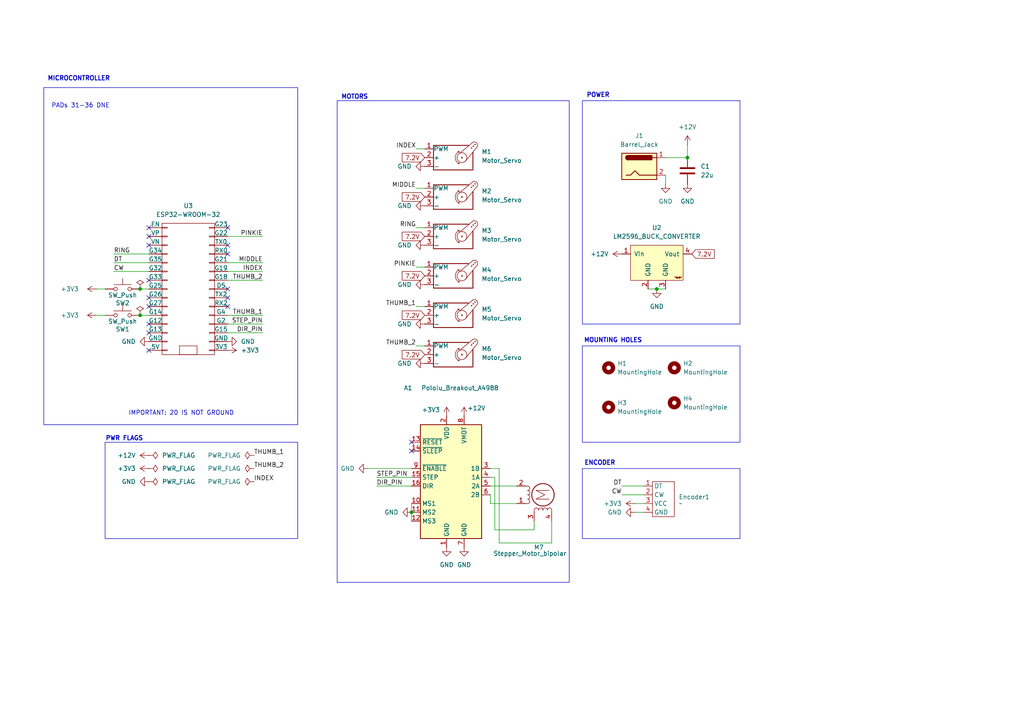
<source format=kicad_sch>
(kicad_sch (version 20231120) (generator "eeschema") (generator_version "8.0")
  (paper "A4")
  (title_block (date "2025-03-07") (company "Piano Hand: Electronics"))
  (lib_symbols
    (symbol "Connector:Barrel_Jack" (pin_names (offset 1.016))
      (property "Reference" "J" (at 0 5.334 0))
      (property "Value" "Barrel_Jack" (at 0 -5.08 0))
      (symbol "Barrel_Jack_0_1"
        (rectangle (start -5.08 3.81) (end 5.08 -3.81) (stroke (width 0.254)) (fill (type background)))
        (arc (start -3.302 3.175) (mid -3.9343 2.54) (end -3.302 1.905) (stroke (width 0.254)))
        (arc (start -3.302 3.175) (mid -3.9343 2.54) (end -3.302 1.905) (stroke (width 0.254)) (fill (type outline)))
        (polyline (pts (xy 5.08 2.54) (xy 3.81 2.54)) (stroke (width 0.254)))
        (polyline (pts (xy -3.81 -2.54) (xy -2.54 -2.54) (xy -1.27 -1.27) (xy 0 -2.54) (xy 2.54 -2.54) (xy 5.08 -2.54)) (stroke (width 0.254)))
        (rectangle (start 3.683 3.175) (end -3.302 1.905) (stroke (width 0.254)) (fill (type outline)))
      )
      (symbol "Barrel_Jack_1_1"
        (pin passive line (at 7.62 2.54 180) (length 2.54) (name "~") (number "1"))
        (pin passive line (at 7.62 -2.54 180) (length 2.54) (name "~") (number "2"))
      )
    )
    (symbol "Device:C" (pin_numbers hide) (pin_names (offset 0.254))
      (property "Reference" "C" (at 0.635 2.54 0))
      (property "Value" "C" (at 0.635 -2.54 0))
      (symbol "C_0_1"
        (polyline (pts (xy -2.032 -0.762) (xy 2.032 -0.762)) (stroke (width 0.508)))
        (polyline (pts (xy -2.032 0.762) (xy 2.032 0.762)) (stroke (width 0.508)))
      )
      (symbol "C_1_1"
        (pin passive line (at 0 3.81 270) (length 2.794) (name "~") (number "1"))
        (pin passive line (at 0 -3.81 90) (length 2.794) (name "~") (number "2"))
      )
    )
    (symbol "Driver_Motor:Pololu_Breakout_A4988"
      (property "Reference" "A" (at -2.54 19.05 0))
      (property "Value" "Pololu_Breakout_A4988" (at -2.54 16.51 0))
      (symbol "Pololu_Breakout_A4988_0_1"
        (rectangle (start 10.16 -17.78) (end -7.62 15.24) (stroke (width 0.254)) (fill (type background)))
      )
      (symbol "Pololu_Breakout_A4988_1_1"
        (pin power_in line (at 0 -20.32 90) (length 2.54) (name "GND") (number "1"))
        (pin input line (at -10.16 -7.62 0) (length 2.54) (name "MS1") (number "10"))
        (pin input line (at -10.16 -10.16 0) (length 2.54) (name "MS2") (number "11"))
        (pin input line (at -10.16 -12.7 0) (length 2.54) (name "MS3") (number "12"))
        (pin input line (at -10.16 10.16 0) (length 2.54) (name "~{RESET}") (number "13"))
        (pin input line (at -10.16 7.62 0) (length 2.54) (name "~{SLEEP}") (number "14"))
        (pin input line (at -10.16 0 0) (length 2.54) (name "STEP") (number "15"))
        (pin input line (at -10.16 -2.54 0) (length 2.54) (name "DIR") (number "16"))
        (pin power_in line (at 0 17.78 270) (length 2.54) (name "VDD") (number "2"))
        (pin output line (at 12.7 2.54 180) (length 2.54) (name "1B") (number "3"))
        (pin output line (at 12.7 0 180) (length 2.54) (name "1A") (number "4"))
        (pin output line (at 12.7 -2.54 180) (length 2.54) (name "2A") (number "5"))
        (pin output line (at 12.7 -5.08 180) (length 2.54) (name "2B") (number "6"))
        (pin power_in line (at 5.08 -20.32 90) (length 2.54) (name "GND") (number "7"))
        (pin power_in line (at 5.08 17.78 270) (length 2.54) (name "VMOT") (number "8"))
        (pin input line (at -10.16 2.54 0) (length 2.54) (name "~{ENABLE}") (number "9"))
      )
    )
    (symbol "Library:ESP32-WROOM-32" (pin_numbers hide) (pin_names (offset 0))
      (property "Reference" "U" (at 0 20.32 0))
      (property "Value" "ESP32-WROOM-32" (at 0 -21.59 0))
      (symbol "ESP32-WROOM-32_0_1"
        (rectangle (start -7.62 -17.653) (end -6.096 -17.907))
        (rectangle (start -7.62 -15.113) (end -6.096 -15.367))
        (rectangle (start -7.62 -12.573) (end -6.096 -12.827))
        (rectangle (start -7.62 -10.033) (end -6.096 -10.287))
        (rectangle (start -7.62 -7.493) (end -6.096 -7.747))
        (rectangle (start -7.62 -4.953) (end -6.096 -5.207))
        (rectangle (start -7.62 -2.413) (end -6.096 -2.667))
        (rectangle (start -7.62 0.127) (end -6.096 -0.127))
        (rectangle (start -7.62 2.667) (end -6.096 2.413))
        (rectangle (start -7.62 5.207) (end -6.096 4.953))
        (rectangle (start -7.62 7.747) (end -6.096 7.493))
        (rectangle (start -7.62 10.287) (end -6.096 10.033))
        (rectangle (start -7.62 12.827) (end -6.096 12.573))
        (rectangle (start -7.62 15.367) (end -6.096 15.113))
        (rectangle (start -7.62 17.907) (end -6.096 17.653))
        (rectangle (start -7.62 19.05) (end 7.62 -19.05))
        (rectangle (start 2.54 -16.51) (end -2.54 -19.05))
        (rectangle (start 7.62 -17.653) (end 6.096 -17.907))
        (rectangle (start 7.62 -15.113) (end 6.096 -15.367))
        (rectangle (start 7.62 -12.573) (end 6.096 -12.827))
        (rectangle (start 7.62 -10.033) (end 6.096 -10.287))
        (rectangle (start 7.62 -7.493) (end 6.096 -7.747))
        (rectangle (start 7.62 -4.953) (end 6.096 -5.207))
        (rectangle (start 7.62 -2.413) (end 6.096 -2.667))
        (rectangle (start 7.62 0.127) (end 6.096 -0.127))
        (rectangle (start 7.62 2.667) (end 6.096 2.413))
        (rectangle (start 7.62 5.207) (end 6.096 4.953))
        (rectangle (start 7.62 7.747) (end 6.096 7.493))
        (rectangle (start 7.62 10.287) (end 6.096 10.033))
        (rectangle (start 7.62 12.827) (end 6.096 12.573))
        (rectangle (start 7.62 15.367) (end 6.096 15.113))
        (rectangle (start 7.62 17.907) (end 6.096 17.653))
      )
      (symbol "ESP32-WROOM-32_1_1"
        (pin bidirectional line (at -11.43 17.78 0) (length 3.81) (name "EN") (number "1"))
        (pin power_in line (at -11.43 -5.08 0) (length 3.81) (name "G27") (number "10"))
        (pin power_in line (at -11.43 -7.62 0) (length 3.81) (name "G14") (number "11"))
        (pin tri_state line (at -11.43 -10.16 0) (length 3.81) (name "G12") (number "12"))
        (pin input line (at -11.43 -12.7 0) (length 3.81) (name "G13") (number "13"))
        (pin power_in line (at -11.43 -15.24 0) (length 3.81) (name "GND") (number "14"))
        (pin power_in line (at -11.43 -17.78 0) (length 3.81) (name "5V") (number "15"))
        (pin bidirectional line (at 11.43 17.78 180) (length 3.81) (name "G23") (number "16"))
        (pin bidirectional line (at 11.43 15.24 180) (length 3.81) (name "G22") (number "17"))
        (pin bidirectional line (at 11.43 12.7 180) (length 3.81) (name "TX0") (number "18"))
        (pin bidirectional line (at 11.43 10.16 180) (length 3.81) (name "RX0") (number "19"))
        (pin bidirectional line (at -11.43 15.24 0) (length 3.81) (name "VP") (number "2"))
        (pin bidirectional line (at 11.43 7.62 180) (length 3.81) (name "G21") (number "20"))
        (pin power_in line (at 11.43 5.08 180) (length 3.81) (name "G19") (number "21"))
        (pin power_in line (at 11.43 2.54 180) (length 3.81) (name "G18") (number "22"))
        (pin bidirectional line (at 11.43 0 180) (length 3.81) (name "D5") (number "23"))
        (pin bidirectional line (at 11.43 -2.54 180) (length 3.81) (name "TX2") (number "24"))
        (pin bidirectional line (at 11.43 -5.08 180) (length 3.81) (name "RX2") (number "25"))
        (pin bidirectional line (at 11.43 -7.62 180) (length 3.81) (name "G4") (number "26"))
        (pin tri_state line (at 11.43 -10.16 180) (length 3.81) (name "G2") (number "27"))
        (pin tri_state line (at 11.43 -12.7 180) (length 3.81) (name "G15") (number "28"))
        (pin power_in line (at 11.43 -15.24 180) (length 3.81) (name "GND") (number "29"))
        (pin bidirectional line (at -11.43 12.7 0) (length 3.81) (name "VN") (number "3"))
        (pin power_in line (at 11.43 -17.78 180) (length 3.81) (name "3V3") (number "30"))
        (pin bidirectional line (at -11.43 10.16 0) (length 3.81) (name "G34") (number "4"))
        (pin bidirectional line (at -11.43 7.62 0) (length 3.81) (name "G35") (number "5"))
        (pin bidirectional line (at -11.43 5.08 0) (length 3.81) (name "G32") (number "6"))
        (pin bidirectional line (at -11.43 2.54 0) (length 3.81) (name "G33") (number "7"))
        (pin power_in line (at -11.43 0 0) (length 3.81) (name "G25") (number "8"))
        (pin power_in line (at -11.43 -2.54 0) (length 3.81) (name "G26") (number "9"))
      )
    )
    (symbol "Library:Encoder"
      (property "Reference" "Encoder1" (at 12.7 0.6351 0))
      (property "Value" "~" (at 12.7 -1.27 0))
      (symbol "Encoder_1_1"
        (rectangle (start 11.43 -5.08) (end 5.08 5.08))
        (pin bidirectional line (at 2.54 3.81 0) (length 2.54) (name "DT") (number "1"))
        (pin bidirectional line (at 2.54 1.27 0) (length 2.54) (name "CW") (number "2"))
        (pin bidirectional line (at 2.54 -1.27 0) (length 2.54) (name "VCC") (number "3"))
        (pin bidirectional line (at 2.54 -3.81 0) (length 2.54) (name "GND") (number "4"))
      )
    )
    (symbol "Library:LM2596_BUCK_CONVERTER" (pin_names (offset 1.016))
      (property "Reference" "U" (at -5.08 6.35 0))
      (property "Value" "LM2596_BUCK_CONVERTER" (at 0 11.43 0))
      (symbol "LM2596_BUCK_CONVERTER_0_1"
        (rectangle (start -7.62 5.08) (end 7.62 -5.08) (fill (type background)))
      )
      (symbol "LM2596_BUCK_CONVERTER_1_1"
        (text "Y@@V" (at 6.1976 -4.2672 0) (effects (font (size 0.508 0.508))))
        (pin power_in line (at -10.16 2.54 0) (length 2.54) (name "Vin") (number "1"))
        (pin power_in line (at -2.54 -7.62 90) (length 2.54) (name "GND") (number "2"))
        (pin power_in line (at 2.54 -7.62 90) (length 2.54) (name "GND") (number "3"))
        (pin power_out line (at 10.16 2.54 180) (length 2.54) (name "Vout") (number "4"))
      )
    )
    (symbol "Mechanical:MountingHole" (pin_names (offset 1.016)) (exclude_from_sim yes) (in_bom no)
      (property "Reference" "H" (at 0 5.08 0))
      (property "Value" "MountingHole" (at 0 3.175 0))
      (symbol "MountingHole_0_1"
        (circle (center 0 0) (radius 1.27) (stroke (width 1.27)))
      )
    )
    (symbol "Motor:Motor_Servo" (pin_names (offset 0.0254))
      (property "Reference" "M" (at -5.08 4.445 0))
      (property "Value" "Motor_Servo" (at -5.08 -4.064 0))
      (symbol "Motor_Servo_0_1"
        (polyline (pts (xy 2.413 -1.778) (xy 2.032 -1.778)))
        (polyline (pts (xy 2.413 -1.778) (xy 2.286 -1.397)))
        (polyline (pts (xy 2.413 1.778) (xy 1.905 1.778)))
        (polyline (pts (xy 2.413 1.778) (xy 2.286 1.397)))
        (polyline (pts (xy 6.35 4.445) (xy 2.54 1.27)))
        (polyline (pts (xy 7.62 3.175) (xy 4.191 -1.016)))
        (polyline (pts (xy 5.08 3.556) (xy -5.08 3.556) (xy -5.08 -3.556) (xy 6.35 -3.556) (xy 6.35 1.524)) (stroke (width 0.254)))
        (arc (start 2.413 1.778) (mid 1.2406 0) (end 2.413 -1.778))
        (circle (center 3.175 0) (radius 0.1778))
        (circle (center 3.175 0) (radius 1.4224))
        (circle (center 5.969 2.794) (radius 0.127))
        (circle (center 6.477 3.302) (radius 0.127))
        (circle (center 6.985 3.81) (radius 0.127))
        (arc (start 7.62 3.175) (mid 7.4485 4.2735) (end 6.35 4.445))
      )
      (symbol "Motor_Servo_1_1"
        (pin passive line (at -7.62 2.54 0) (length 2.54) (name "PWM") (number "1"))
        (pin passive line (at -7.62 0 0) (length 2.54) (name "+") (number "2"))
        (pin passive line (at -7.62 -2.54 0) (length 2.54) (name "-") (number "3"))
      )
    )
    (symbol "Motor:Stepper_Motor_bipolar" (pin_names (offset 0) hide)
      (property "Reference" "M" (at 3.81 2.54 0))
      (property "Value" "Stepper_Motor_bipolar" (at 3.81 1.27 0))
      (symbol "Stepper_Motor_bipolar_0_0"
        (polyline (pts (xy -1.27 -1.778) (xy -1.27 2.032) (xy 0 -0.508) (xy 1.27 2.032) (xy 1.27 -1.778)))
      )
      (symbol "Stepper_Motor_bipolar_0_1"
        (arc (start -4.445 -2.54) (mid -3.8127 -1.905) (end -4.445 -1.27))
        (arc (start -4.445 -1.27) (mid -3.8127 -0.635) (end -4.445 0))
        (arc (start -4.445 0) (mid -3.8127 0.635) (end -4.445 1.27))
        (arc (start -4.445 1.27) (mid -3.8127 1.905) (end -4.445 2.54))
        (arc (start -2.54 4.445) (mid -1.905 3.8127) (end -1.27 4.445))
        (arc (start -1.27 4.445) (mid -0.635 3.8127) (end 0 4.445))
        (polyline (pts (xy -5.08 -2.54) (xy -4.445 -2.54)))
        (polyline (pts (xy -5.08 2.54) (xy -4.445 2.54)))
        (polyline (pts (xy -2.54 5.08) (xy -2.54 4.445)))
        (polyline (pts (xy 2.54 5.08) (xy 2.54 4.445)))
        (circle (center 0 0) (radius 3.2512) (stroke (width 0.254)))
        (arc (start 0 4.445) (mid 0.635 3.8127) (end 1.27 4.445))
        (arc (start 1.27 4.445) (mid 1.905 3.8127) (end 2.54 4.445))
      )
      (symbol "Stepper_Motor_bipolar_1_1"
        (pin passive line (at -2.54 7.62 270) (length 2.54) (name "~") (number "1"))
        (pin passive line (at 2.54 7.62 270) (length 2.54) (name "-") (number "2"))
        (pin passive line (at -7.62 2.54 0) (length 2.54) (name "~") (number "3"))
        (pin passive line (at -7.62 -2.54 0) (length 2.54) (name "~") (number "4"))
      )
    )
    (symbol "Switch:SW_Push" (pin_numbers hide) (pin_names (offset 1.016) hide)
      (property "Reference" "SW" (at 1.27 2.54 0))
      (property "Value" "SW_Push" (at 0 -1.524 0))
      (symbol "SW_Push_0_1"
        (circle (center -2.032 0) (radius 0.508))
        (polyline (pts (xy 0 1.27) (xy 0 3.048)))
        (polyline (pts (xy 2.54 1.27) (xy -2.54 1.27)))
        (circle (center 2.032 0) (radius 0.508))
        (pin passive line (at -5.08 0 0) (length 2.54) (name "1") (number "1"))
        (pin passive line (at 5.08 0 180) (length 2.54) (name "2") (number "2"))
      )
    )
    (symbol "power:+12V" (power) (pin_numbers hide) (pin_names (offset 0) hide)
      (property "Value" "+12V" (at 0 3.556 0))
      (symbol "+12V_0_1"
        (polyline (pts (xy -0.762 1.27) (xy 0 2.54)))
        (polyline (pts (xy 0 0) (xy 0 2.54)))
        (polyline (pts (xy 0 2.54) (xy 0.762 1.27)))
      )
      (symbol "+12V_1_1"
        (pin power_in line (at 0 0 90) (length 0) (name "~") (number "1"))
      )
    )
    (symbol "power:+3V3" (power) (pin_numbers hide) (pin_names (offset 0) hide)
      (property "Value" "+3V3" (at 0 3.556 0))
      (symbol "+3V3_0_1"
        (polyline (pts (xy -0.762 1.27) (xy 0 2.54)))
        (polyline (pts (xy 0 0) (xy 0 2.54)))
        (polyline (pts (xy 0 2.54) (xy 0.762 1.27)))
      )
      (symbol "+3V3_1_1"
        (pin power_in line (at 0 0 90) (length 0) (name "~") (number "1"))
      )
    )
    (symbol "power:GND" (power) (pin_numbers hide) (pin_names (offset 0) hide)
      (property "Value" "GND" (at 0 -3.81 0))
      (symbol "GND_0_1"
        (polyline (pts (xy 0 0) (xy 0 -1.27) (xy 1.27 -1.27) (xy 0 -2.54) (xy -1.27 -1.27) (xy 0 -1.27)))
      )
      (symbol "GND_1_1"
        (pin power_in line (at 0 0 270) (length 0) (name "~") (number "1"))
      )
    )
    (symbol "power:PWR_FLAG" (power) (pin_numbers hide) (pin_names (offset 0) hide)
      (property "Value" "PWR_FLAG" (at 0 3.81 0))
      (symbol "PWR_FLAG_0_0"
        (pin power_out line (at 0 0 90) (length 0) (name "~") (number "1"))
      )
      (symbol "PWR_FLAG_0_1"
        (polyline (pts (xy 0 0) (xy 0 1.27) (xy -1.016 1.905) (xy 0 2.54) (xy 1.016 1.905) (xy 0 1.27)))
      )
    )
  )
  (junction (at 119.38 148.59))
  (junction (at 40.64 91.44))
  (junction (at 190.5 83.82))
  (junction (at 40.64 83.82))
  (junction (at 199.39 45.72))
  (no_connect (at 66.04 73.66))
  (no_connect (at 119.38 128.27))
  (no_connect (at 43.18 71.12))
  (no_connect (at 66.04 83.82))
  (no_connect (at 43.18 86.36))
  (no_connect (at 43.18 101.6))
  (no_connect (at 43.18 68.58))
  (no_connect (at 43.18 81.28))
  (no_connect (at 43.18 93.98))
  (no_connect (at 66.04 66.04))
  (no_connect (at 43.18 88.9))
  (no_connect (at 66.04 71.12))
  (no_connect (at 66.04 88.9))
  (no_connect (at 43.18 66.04))
  (no_connect (at 43.18 96.52))
  (no_connect (at 119.38 130.81))
  (no_connect (at 66.04 86.36))
  (wire (pts (xy 142.24 143.51) (xy 142.24 146.05)))
  (wire (pts (xy 66.04 78.74) (xy 76.2 78.74)))
  (wire (pts (xy 143.51 153.67) (xy 154.94 153.67)))
  (wire (pts (xy 66.04 96.52) (xy 76.2 96.52)))
  (wire (pts (xy 120.65 77.47) (xy 123.19 77.47)))
  (wire (pts (xy 190.5 83.82) (xy 193.04 83.82)))
  (wire (pts (xy 43.18 91.44) (xy 40.64 91.44)))
  (wire (pts (xy 142.24 146.05) (xy 149.86 146.05)))
  (wire (pts (xy 154.94 153.67) (xy 154.94 151.13)))
  (wire (pts (xy 43.18 76.2) (xy 33.02 76.2)))
  (wire (pts (xy 43.18 73.66) (xy 33.02 73.66)))
  (wire (pts (xy 186.69 148.59) (xy 184.15 148.59)))
  (wire (pts (xy 187.96 83.82) (xy 190.5 83.82)))
  (wire (pts (xy 66.04 68.58) (xy 76.2 68.58)))
  (wire (pts (xy 186.69 146.05) (xy 184.15 146.05)))
  (wire (pts (xy 106.68 135.89) (xy 119.38 135.89)))
  (wire (pts (xy 119.38 148.59) (xy 119.38 151.13)))
  (wire (pts (xy 30.48 83.82) (xy 27.94 83.82)))
  (wire (pts (xy 199.39 45.72) (xy 199.39 41.91)))
  (wire (pts (xy 193.04 45.72) (xy 199.39 45.72)))
  (wire (pts (xy 144.78 135.89) (xy 144.78 157.48)))
  (wire (pts (xy 120.65 100.33) (xy 123.19 100.33)))
  (wire (pts (xy 43.18 83.82) (xy 40.64 83.82)))
  (wire (pts (xy 142.24 140.97) (xy 149.86 140.97)))
  (wire (pts (xy 30.48 91.44) (xy 27.94 91.44)))
  (wire (pts (xy 120.65 43.18) (xy 123.19 43.18)))
  (wire (pts (xy 66.04 76.2) (xy 76.2 76.2)))
  (wire (pts (xy 144.78 157.48) (xy 160.02 157.48)))
  (wire (pts (xy 66.04 93.98) (xy 76.2 93.98)))
  (wire (pts (xy 142.24 138.43) (xy 143.51 138.43)))
  (wire (pts (xy 160.02 157.48) (xy 160.02 151.13)))
  (wire (pts (xy 142.24 135.89) (xy 144.78 135.89)))
  (wire (pts (xy 120.65 88.9) (xy 123.19 88.9)))
  (wire (pts (xy 120.65 54.61) (xy 123.19 54.61)))
  (wire (pts (xy 43.18 78.74) (xy 33.02 78.74)))
  (wire (pts (xy 109.22 138.43) (xy 119.38 138.43)))
  (wire (pts (xy 109.22 140.97) (xy 119.38 140.97)))
  (wire (pts (xy 120.65 66.04) (xy 123.19 66.04)))
  (wire (pts (xy 193.04 53.34) (xy 193.04 50.8)))
  (wire (pts (xy 66.04 91.44) (xy 76.2 91.44)))
  (wire (pts (xy 143.51 138.43) (xy 143.51 153.67)))
  (wire (pts (xy 180.34 140.97) (xy 186.69 140.97)))
  (wire (pts (xy 180.34 143.51) (xy 186.69 143.51)))
  (wire (pts (xy 66.04 81.28) (xy 76.2 81.28)))
  (wire (pts (xy 119.38 146.05) (xy 119.38 148.59)))
  (rectangle (start 168.91 100.33) (end 214.63 128.27))
  (rectangle (start 97.79 29.21) (end 165.1 168.91))
  (rectangle (start 168.91 29.21) (end 214.63 93.98))
  (rectangle (start 12.7 25.4) (end 86.36 123.19))
  (rectangle (start 168.91 135.89) (end 214.63 156.21))
  (rectangle (start 30.48 128.27) (end 86.36 156.21))
  (text "MOTORS" (at 102.87 28.194 0) (effects (font (size 1.27 1.27) (thickness 0.254) (bold yes))))
  (text "MICROCONTROLLER" (at 22.86 22.86 0) (effects (font (size 1.27 1.27) (thickness 0.254) (bold yes))))
  (text "ENCODER" (at 173.99 134.366 0) (effects (font (size 1.27 1.27) (thickness 0.254) (bold yes))))
  (text "PWR FLAGS" (at 36.068 127.254 0) (effects (font (size 1.27 1.27) (thickness 0.254) (bold yes))))
  (text "POWER" (at 173.482 27.686 0) (effects (font (size 1.27 1.27) (thickness 0.254) (bold yes))))
  (text "IMPORTANT: 20 IS NOT GROUND" (at 52.578 119.888 0) (effects (font (size 1.27 1.27) (thickness 0.1588))))
  (text "MOUNTING HOLES" (at 177.8 98.806 0) (effects (font (size 1.27 1.27) (thickness 0.254) (bold yes))))
  (text "PADs 31-36 DNE" (at 23.368 30.734 0) (effects (font (size 1.27 1.27))))
  (label "MIDDLE" (at 120.65 54.61 180))
  (label "THUMB_1" (at 76.2 91.44 180))
  (label "RING" (at 33.02 73.66 0))
  (label "RING" (at 120.65 66.04 180))
  (label "DT" (at 33.02 76.2 0))
  (label "CW" (at 180.34 143.51 180))
  (label "THUMB_2" (at 120.65 100.33 180))
  (label "INDEX" (at 120.65 43.18 180))
  (label "INDEX" (at 76.2 78.74 180))
  (label "PINKIE" (at 76.2 68.58 180))
  (label "THUMB_1" (at 73.66 132.08 0))
  (label "MIDDLE" (at 76.2 76.2 180))
  (label "INDEX" (at 73.66 139.7 0))
  (label "PINKIE" (at 120.65 77.47 180))
  (label "DIR_PIN" (at 109.22 140.97 0))
  (label "THUMB_1" (at 120.65 88.9 180))
  (label "CW" (at 33.02 78.74 0))
  (label "STEP_PIN" (at 109.22 138.43 0))
  (label "DIR_PIN" (at 76.2 96.52 180))
  (label "DT" (at 180.34 140.97 180))
  (label "THUMB_2" (at 73.66 135.89 0))
  (label "STEP_PIN" (at 76.2 93.98 180))
  (label "THUMB_2" (at 76.2 81.28 180))
  (global_label "7.2V" (shape input) (at 123.19 68.58 180) (property "Intersheetrefs" "${INTERSHEET_REFS}" (effects (hide yes))))
  (global_label "7.2V" (shape input) (at 123.19 45.72 180) (property "Intersheetrefs" "${INTERSHEET_REFS}" (effects (hide yes))))
  (global_label "7.2V" (shape input) (at 123.19 102.87 180) (property "Intersheetrefs" "${INTERSHEET_REFS}" (effects (hide yes))))
  (global_label "7.2V" (shape input) (at 123.19 91.44 180) (property "Intersheetrefs" "${INTERSHEET_REFS}" (effects (hide yes))))
  (global_label "7.2V" (shape input) (at 200.66 73.66 0) (property "Intersheetrefs" "${INTERSHEET_REFS}" (effects (hide yes))))
  (global_label "7.2V" (shape input) (at 123.19 80.01 180) (property "Intersheetrefs" "${INTERSHEET_REFS}" (effects (hide yes))))
  (global_label "7.2V" (shape input) (at 123.19 57.15 180) (property "Intersheetrefs" "${INTERSHEET_REFS}" (effects (hide yes))))
  (symbol (lib_id "power:+12V") (at 199.39 41.91 0) (unit 1)
    (property "Reference" "#PWR17" (effects (hide yes)))
    (property "Value" "+12V" (at 199.39 36.83 0))
    (property "Description" "Power symbol creates a global label with name \"+12V\"" (effects (hide yes)))
  )
  (symbol (lib_id "Motor:Motor_Servo") (at 130.81 80.01 0) (unit 1)
    (property "Reference" "M4" (at 139.7 78.3065 0) (effects (justify left)))
    (property "Value" "Motor_Servo" (at 139.7 80.8465 0) (effects (justify left)))
    (property "Footprint" "Connector_PinHeader_2.54mm:PinHeader_1x03_P2.54mm_Vertical" (effects (hide yes)))
    (property "Datasheet" "http://forums.parallax.com/uploads/attachments/46831/74481.png" (effects (hide yes)))
    (property "Description" "Servo Motor (Futaba, HiTec, JR connector)" (effects (hide yes)))
  )
  (symbol (lib_id "Motor:Motor_Servo") (at 130.81 68.58 0) (unit 1)
    (property "Reference" "M3" (at 139.7 66.8765 0) (effects (justify left)))
    (property "Value" "Motor_Servo" (at 139.7 69.4165 0) (effects (justify left)))
    (property "Footprint" "Connector_PinHeader_2.54mm:PinHeader_1x03_P2.54mm_Vertical" (effects (hide yes)))
    (property "Datasheet" "http://forums.parallax.com/uploads/attachments/46831/74481.png" (effects (hide yes)))
    (property "Description" "Servo Motor (Futaba, HiTec, JR connector)" (effects (hide yes)))
  )
  (symbol (lib_id "Connector:Barrel_Jack") (at 185.42 48.26 0) (unit 1)
    (property "Reference" "J1" (at 185.42 39.37 0))
    (property "Value" "Barrel_Jack" (at 185.42 41.91 0))
    (property "Footprint" "Connector_BarrelJack:BarrelJack_SwitchcraftConxall_RAPC10U_Horizontal" (effects (hide yes)))
    (property "Description" "DC Barrel Jack" (effects (hide yes)))
  )
  (symbol (lib_id "power:+3V3") (at 129.54 120.65 0) (unit 1)
    (property "Reference" "#PWR2" (effects (hide yes)))
    (property "Value" "+3V3" (at 124.968 118.872 0))
    (property "Description" "Power symbol creates a global label with name \"+3V3\"" (effects (hide yes)))
  )
  (symbol (lib_id "Mechanical:MountingHole") (at 195.58 106.68 0) (unit 1) (exclude_from_sim yes) (in_bom no)
    (property "Reference" "H2" (at 198.12 105.4099 0) (effects (justify left)))
    (property "Value" "MountingHole" (at 198.12 107.9499 0) (effects (justify left)))
    (property "Footprint" "MountingHole:MountingHole_5.3mm_M5" (effects (hide yes)))
    (property "Description" "Mounting Hole without connection" (effects (hide yes)))
  )
  (symbol (lib_id "Motor:Stepper_Motor_bipolar") (at 157.48 143.51 90) (unit 1)
    (property "Reference" "M7" (at 157.734 158.75 90) (effects (justify left)))
    (property "Value" "Stepper_Motor_bipolar" (at 164.338 160.528 90) (effects (justify left)))
    (property "Footprint" "Connector_PinHeader_2.54mm:PinHeader_1x03_P2.54mm_Vertical" (effects (hide yes)))
    (property "Datasheet" "http://www.infineon.com/dgdl/Application-Note-TLE8110EE_driving_UniPolarStepperMotor_V1.1.pdf?fileId=db3a30431be39b97011be5d0aa0a00b0" (effects (hide yes)))
    (property "Description" "4-wire bipolar stepper motor" (effects (hide yes)))
  )
  (symbol (lib_id "power:GND") (at 106.68 135.89 270) (unit 1)
    (property "Reference" "#PWR16" (effects (hide yes)))
    (property "Value" "GND" (at 102.87 135.8899 90) (effects (justify right)))
    (property "Description" "Power symbol creates a global label with name \"GND\" , ground" (effects (hide yes)))
  )
  (symbol (lib_id "power:GND") (at 43.18 139.7 270) (unit 1)
    (property "Reference" "#PWR21" (effects (hide yes)))
    (property "Value" "GND" (at 39.37 139.6999 90) (effects (justify right)))
    (property "Description" "Power symbol creates a global label with name \"GND\" , ground" (effects (hide yes)))
  )
  (symbol (lib_id "Switch:SW_Push") (at 35.56 91.44 0) (mirror y) (unit 1)
    (property "Reference" "SW1" (at 35.56 95.504 0))
    (property "Value" "SW_Push" (at 35.56 93.218 0))
    (property "Footprint" "Connector_PinHeader_2.54mm:PinHeader_1x02_P2.54mm_Vertical" (effects (hide yes)))
    (property "Description" "Push button switch, generic, two pins" (effects (hide yes)))
  )
  (symbol (lib_id "Motor:Motor_Servo") (at 130.81 102.87 0) (unit 1)
    (property "Reference" "M6" (at 139.7 101.1665 0) (effects (justify left)))
    (property "Value" "Motor_Servo" (at 139.7 103.7065 0) (effects (justify left)))
    (property "Footprint" "Connector_PinHeader_2.54mm:PinHeader_1x03_P2.54mm_Vertical" (effects (hide yes)))
    (property "Datasheet" "http://forums.parallax.com/uploads/attachments/46831/74481.png" (effects (hide yes)))
    (property "Description" "Servo Motor (Futaba, HiTec, JR connector)" (effects (hide yes)))
  )
  (symbol (lib_id "power:PWR_FLAG") (at 43.18 135.89 270) (unit 1)
    (property "Reference" "#FLG1" (effects (hide yes)))
    (property "Value" "PWR_FLAG" (at 46.99 135.8899 90) (effects (justify left)))
    (property "Description" "Special symbol for telling ERC where power comes from" (effects (hide yes)))
  )
  (symbol (lib_id "power:PWR_FLAG") (at 73.66 132.08 90) (mirror x) (unit 1)
    (property "Reference" "#FLG5" (effects (hide yes)))
    (property "Value" "PWR_FLAG" (at 69.85 132.0799 90) (effects (justify left)))
    (property "Description" "Special symbol for telling ERC where power comes from" (effects (hide yes)))
  )
  (symbol (lib_id "power:PWR_FLAG") (at 43.18 139.7 270) (unit 1)
    (property "Reference" "#FLG4" (effects (hide yes)))
    (property "Value" "PWR_FLAG" (at 46.99 139.6999 90) (effects (justify left)))
    (property "Description" "Special symbol for telling ERC where power comes from" (effects (hide yes)))
  )
  (symbol (lib_id "power:GND") (at 123.19 48.26 270) (unit 1)
    (property "Reference" "#PWR5" (effects (hide yes)))
    (property "Value" "GND" (at 119.38 48.2599 90) (effects (justify right)))
    (property "Description" "Power symbol creates a global label with name \"GND\" , ground" (effects (hide yes)))
  )
  (symbol (lib_id "Switch:SW_Push") (at 35.56 83.82 0) (mirror y) (unit 1)
    (property "Reference" "SW2" (at 35.56 87.884 0))
    (property "Value" "SW_Push" (at 35.56 85.598 0))
    (property "Footprint" "Connector_PinHeader_2.54mm:PinHeader_1x02_P2.54mm_Vertical" (effects (hide yes)))
    (property "Description" "Push button switch, generic, two pins" (effects (hide yes)))
  )
  (symbol (lib_id "Motor:Motor_Servo") (at 130.81 45.72 0) (unit 1)
    (property "Reference" "M1" (at 139.7 44.0165 0) (effects (justify left)))
    (property "Value" "Motor_Servo" (at 139.7 46.5565 0) (effects (justify left)))
    (property "Footprint" "Connector_PinHeader_2.54mm:PinHeader_1x03_P2.54mm_Vertical" (effects (hide yes)))
    (property "Datasheet" "http://forums.parallax.com/uploads/attachments/46831/74481.png" (effects (hide yes)))
    (property "Description" "Servo Motor (Futaba, HiTec, JR connector)" (effects (hide yes)))
  )
  (symbol (lib_id "Mechanical:MountingHole") (at 176.53 106.68 0) (unit 1) (exclude_from_sim yes) (in_bom no)
    (property "Reference" "H1" (at 179.07 105.4099 0) (effects (justify left)))
    (property "Value" "MountingHole" (at 179.07 107.9499 0) (effects (justify left)))
    (property "Footprint" "MountingHole:MountingHole_5.3mm_M5" (effects (hide yes)))
    (property "Description" "Mounting Hole without connection" (effects (hide yes)))
  )
  (symbol (lib_id "Library:LM2596_BUCK_CONVERTER") (at 190.5 76.2 0) (unit 1)
    (property "Reference" "U2" (at 190.5 66.04 0))
    (property "Value" "LM2596_BUCK_CONVERTER" (at 190.5 68.58 0))
    (property "Footprint" "Library:LM2596_BUCK_CONVERTER" (effects (hide yes)))
  )
  (symbol (lib_id "power:GND") (at 123.19 71.12 270) (unit 1)
    (property "Reference" "#PWR7" (effects (hide yes)))
    (property "Value" "GND" (at 119.38 71.1199 90) (effects (justify right)))
    (property "Description" "Power symbol creates a global label with name \"GND\" , ground" (effects (hide yes)))
  )
  (symbol (lib_id "power:+3V3") (at 27.94 91.44 90) (mirror x) (unit 1)
    (property "Reference" "#PWR1" (effects (hide yes)))
    (property "Value" "+3V3" (at 22.86 91.4399 90) (effects (justify left)))
    (property "Description" "Power symbol creates a global label with name \"+3V3\"" (effects (hide yes)))
  )
  (symbol (lib_id "power:GND") (at 123.19 105.41 270) (unit 1)
    (property "Reference" "#PWR10" (effects (hide yes)))
    (property "Value" "GND" (at 119.38 105.4099 90) (effects (justify right)))
    (property "Description" "Power symbol creates a global label with name \"GND\" , ground" (effects (hide yes)))
  )
  (symbol (lib_id "power:+12V") (at 134.62 120.65 0) (unit 1)
    (property "Reference" "#PWR14" (effects (hide yes)))
    (property "Value" "+12V" (at 138.176 118.364 0))
    (property "Description" "Power symbol creates a global label with name \"+12V\"" (effects (hide yes)))
  )
  (symbol (lib_id "power:+12V") (at 43.18 132.08 90) (unit 1)
    (property "Reference" "#PWR20" (effects (hide yes)))
    (property "Value" "+12V" (at 39.37 132.0799 90) (effects (justify left)))
    (property "Description" "Power symbol creates a global label with name \"+12V\"" (effects (hide yes)))
  )
  (symbol (lib_id "power:GND") (at 184.15 148.59 270) (unit 1)
    (property "Reference" "#PWR27" (effects (hide yes)))
    (property "Value" "GND" (at 180.34 148.5899 90) (effects (justify right)))
    (property "Description" "Power symbol creates a global label with name \"GND\" , ground" (effects (hide yes)))
  )
  (symbol (lib_id "power:GND") (at 43.18 99.06 270) (unit 1)
    (property "Reference" "#PWR28" (effects (hide yes)))
    (property "Value" "GND" (at 39.37 99.0599 90) (effects (justify right)))
    (property "Description" "Power symbol creates a global label with name \"GND\" , ground" (effects (hide yes)))
  )
  (symbol (lib_id "Motor:Motor_Servo") (at 130.81 91.44 0) (unit 1)
    (property "Reference" "M5" (at 139.7 89.7365 0) (effects (justify left)))
    (property "Value" "Motor_Servo" (at 139.7 92.2765 0) (effects (justify left)))
    (property "Footprint" "Connector_PinHeader_2.54mm:PinHeader_1x03_P2.54mm_Vertical" (effects (hide yes)))
    (property "Datasheet" "http://forums.parallax.com/uploads/attachments/46831/74481.png" (effects (hide yes)))
    (property "Description" "Servo Motor (Futaba, HiTec, JR connector)" (effects (hide yes)))
  )
  (symbol (lib_id "power:+12V") (at 180.34 73.66 90) (unit 1)
    (property "Reference" "#PWR22" (effects (hide yes)))
    (property "Value" "+12V" (at 176.53 73.6599 90) (effects (justify left)))
    (property "Description" "Power symbol creates a global label with name \"+12V\"" (effects (hide yes)))
  )
  (symbol (lib_id "power:+3V3") (at 66.04 101.6 270) (unit 1)
    (property "Reference" "#PWR3" (effects (hide yes)))
    (property "Value" "+3V3" (at 69.85 101.5999 90) (effects (justify left)))
    (property "Description" "Power symbol creates a global label with name \"+3V3\"" (effects (hide yes)))
  )
  (symbol (lib_id "power:GND") (at 190.5 83.82 0) (unit 1)
    (property "Reference" "#PWR18" (effects (hide yes)))
    (property "Value" "GND" (at 190.5 88.9 0))
    (property "Description" "Power symbol creates a global label with name \"GND\" , ground" (effects (hide yes)))
  )
  (symbol (lib_id "Device:C") (at 199.39 49.53 0) (unit 1)
    (property "Reference" "C1" (at 203.2 48.2599 0) (effects (justify left)))
    (property "Value" "22u" (at 203.2 50.7999 0) (effects (justify left)))
    (property "Footprint" "Capacitor_THT:CP_Radial_D4.0mm_P1.50mm" (effects (hide yes)))
    (property "Description" "Unpolarized capacitor" (effects (hide yes)))
  )
  (symbol (lib_id "power:PWR_FLAG") (at 73.66 139.7 90) (mirror x) (unit 1)
    (property "Reference" "#FLG8" (effects (hide yes)))
    (property "Value" "PWR_FLAG" (at 69.85 139.6999 90) (effects (justify left)))
    (property "Description" "Special symbol for telling ERC where power comes from" (effects (hide yes)))
  )
  (symbol (lib_id "power:GND") (at 66.04 99.06 90) (unit 1)
    (property "Reference" "#PWR25" (effects (hide yes)))
    (property "Value" "GND" (at 69.85 99.0599 90) (effects (justify right)))
    (property "Description" "Power symbol creates a global label with name \"GND\" , ground" (effects (hide yes)))
  )
  (symbol (lib_id "power:+3V3") (at 184.15 146.05 90) (unit 1)
    (property "Reference" "#PWR26" (effects (hide yes)))
    (property "Value" "+3V3" (at 180.34 146.0499 90) (effects (justify left)))
    (property "Description" "Power symbol creates a global label with name \"+3V3\"" (effects (hide yes)))
  )
  (symbol (lib_id "power:GND") (at 119.38 148.59 270) (unit 1)
    (property "Reference" "#PWR15" (effects (hide yes)))
    (property "Value" "GND" (at 115.57 148.5899 90) (effects (justify right)))
    (property "Description" "Power symbol creates a global label with name \"GND\" , ground" (effects (hide yes)))
  )
  (symbol (lib_id "power:GND") (at 123.19 82.55 270) (unit 1)
    (property "Reference" "#PWR8" (effects (hide yes)))
    (property "Value" "GND" (at 119.38 82.5499 90) (effects (justify right)))
    (property "Description" "Power symbol creates a global label with name \"GND\" , ground" (effects (hide yes)))
  )
  (symbol (lib_id "power:GND") (at 123.19 93.98 270) (unit 1)
    (property "Reference" "#PWR9" (effects (hide yes)))
    (property "Value" "GND" (at 119.38 93.9799 90) (effects (justify right)))
    (property "Description" "Power symbol creates a global label with name \"GND\" , ground" (effects (hide yes)))
  )
  (symbol (lib_id "Mechanical:MountingHole") (at 195.58 116.84 0) (unit 1) (exclude_from_sim yes) (in_bom no)
    (property "Reference" "H4" (at 198.12 115.5699 0) (effects (justify left)))
    (property "Value" "MountingHole" (at 198.12 118.1099 0) (effects (justify left)))
    (property "Footprint" "MountingHole:MountingHole_5.3mm_M5" (effects (hide yes)))
    (property "Description" "Mounting Hole without connection" (effects (hide yes)))
  )
  (symbol (lib_id "power:GND") (at 134.62 158.75 0) (unit 1)
    (property "Reference" "#PWR12" (effects (hide yes)))
    (property "Value" "GND" (at 134.62 163.83 0))
    (property "Description" "Power symbol creates a global label with name \"GND\" , ground" (effects (hide yes)))
  )
  (symbol (lib_id "power:GND") (at 199.39 53.34 0) (unit 1)
    (property "Reference" "#PWR23" (effects (hide yes)))
    (property "Value" "GND" (at 199.39 58.42 0))
    (property "Description" "Power symbol creates a global label with name \"GND\" , ground" (effects (hide yes)))
  )
  (symbol (lib_id "Driver_Motor:Pololu_Breakout_A4988") (at 129.54 138.43 0) (unit 1)
    (property "Reference" "A1" (at 117.094 112.522 0) (effects (justify left)))
    (property "Value" "Pololu_Breakout_A4988" (at 122.174 112.522 0) (effects (justify left)))
    (property "Footprint" "Module:Pololu_Breakout-16_15.2x20.3mm" (effects (hide yes)))
    (property "Datasheet" "https://www.pololu.com/product/2980/pictures" (effects (hide yes)))
    (property "Description" "Pololu Breakout Board, Stepper Driver A4988" (effects (hide yes)))
  )
  (symbol (lib_id "power:+3V3") (at 43.18 135.89 90) (unit 1)
    (property "Reference" "#PWR13" (effects (hide yes)))
    (property "Value" "+3V3" (at 39.37 135.8899 90) (effects (justify left)))
    (property "Description" "Power symbol creates a global label with name \"+3V3\"" (effects (hide yes)))
  )
  (symbol (lib_id "Motor:Motor_Servo") (at 130.81 57.15 0) (unit 1)
    (property "Reference" "M2" (at 139.7 55.4465 0) (effects (justify left)))
    (property "Value" "Motor_Servo" (at 139.7 57.9865 0) (effects (justify left)))
    (property "Footprint" "Connector_PinHeader_2.54mm:PinHeader_1x03_P2.54mm_Vertical" (effects (hide yes)))
    (property "Datasheet" "http://forums.parallax.com/uploads/attachments/46831/74481.png" (effects (hide yes)))
    (property "Description" "Servo Motor (Futaba, HiTec, JR connector)" (effects (hide yes)))
  )
  (symbol (lib_id "power:GND") (at 129.54 158.75 0) (unit 1)
    (property "Reference" "#PWR11" (effects (hide yes)))
    (property "Value" "GND" (at 129.54 163.83 0))
    (property "Description" "Power symbol creates a global label with name \"GND\" , ground" (effects (hide yes)))
  )
  (symbol (lib_id "Mechanical:MountingHole") (at 176.53 118.11 0) (unit 1) (exclude_from_sim yes) (in_bom no)
    (property "Reference" "H3" (at 179.07 116.8399 0) (effects (justify left)))
    (property "Value" "MountingHole" (at 179.07 119.3799 0) (effects (justify left)))
    (property "Footprint" "MountingHole:MountingHole_5.3mm_M5" (effects (hide yes)))
    (property "Description" "Mounting Hole without connection" (effects (hide yes)))
  )
  (symbol (lib_id "Library:Encoder") (at 184.15 144.78 0) (unit 1)
    (property "Reference" "Encoder1" (at 196.85 144.1449 0) (effects (justify left)))
    (property "Value" "~" (at 196.85 146.05 0) (effects (justify left)))
    (property "Footprint" "Connector_PinHeader_2.54mm:PinHeader_1x04_P2.54mm_Vertical" (effects (hide yes)))
  )
  (symbol (lib_id "power:+3V3") (at 27.94 83.82 90) (mirror x) (unit 1)
    (property "Reference" "#PWR24" (effects (hide yes)))
    (property "Value" "+3V3" (at 22.86 83.8199 90) (effects (justify left)))
    (property "Description" "Power symbol creates a global label with name \"+3V3\"" (effects (hide yes)))
  )
  (symbol (lib_id "power:PWR_FLAG") (at 73.66 135.89 90) (mirror x) (unit 1)
    (property "Reference" "#FLG3" (effects (hide yes)))
    (property "Value" "PWR_FLAG" (at 69.85 135.8899 90) (effects (justify left)))
    (property "Description" "Special symbol for telling ERC where power comes from" (effects (hide yes)))
  )
  (symbol (lib_id "Library:ESP32-WROOM-32") (at 54.61 83.82 0) (unit 1)
    (property "Reference" "U3" (at 54.61 59.69 0))
    (property "Value" "ESP32-WROOM-32" (at 54.61 62.23 0))
    (property "Description" "NodeMCU 0.9" (effects (hide yes)))
  )
  (symbol (lib_id "power:GND") (at 193.04 53.34 0) (unit 1)
    (property "Reference" "#PWR19" (effects (hide yes)))
    (property "Value" "GND" (at 193.04 58.42 0))
    (property "Description" "Power symbol creates a global label with name \"GND\" , ground" (effects (hide yes)))
  )
  (symbol (lib_id "power:PWR_FLAG") (at 40.64 83.82 0) (unit 1)
    (property "Reference" "#FLG6" (effects (hide yes)))
    (property "Value" "PWR_FLAG" (effects (hide yes)))
    (property "Description" "Special symbol for telling ERC where power comes from" (effects (hide yes)))
  )
  (symbol (lib_id "power:GND") (at 123.19 59.69 270) (unit 1)
    (property "Reference" "#PWR6" (effects (hide yes)))
    (property "Value" "GND" (at 119.38 59.6899 90) (effects (justify right)))
    (property "Description" "Power symbol creates a global label with name \"GND\" , ground" (effects (hide yes)))
  )
  (symbol (lib_id "power:PWR_FLAG") (at 43.18 132.08 270) (unit 1)
    (property "Reference" "#FLG2" (effects (hide yes)))
    (property "Value" "PWR_FLAG" (at 46.99 132.0799 90) (effects (justify left)))
    (property "Description" "Special symbol for telling ERC where power comes from" (effects (hide yes)))
  )
  (symbol (lib_id "power:PWR_FLAG") (at 40.64 91.44 0) (unit 1)
    (property "Reference" "#FLG7" (effects (hide yes)))
    (property "Value" "PWR_FLAG" (effects (hide yes)))
    (property "Description" "Special symbol for telling ERC where power comes from" (effects (hide yes)))
  )
)
</source>
